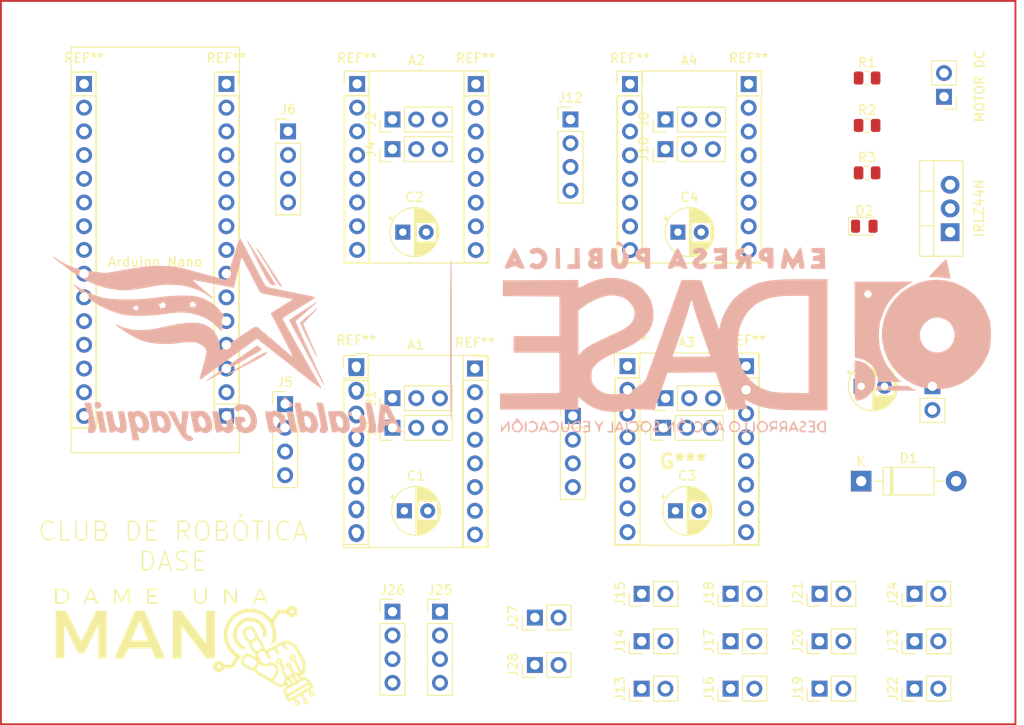
<source format=kicad_pcb>
(kicad_pcb (version 20211014) (generator pcbnew)
  (layers (0 "F.Cu" signal) (31 "B.Cu" signal) (34 "B.Paste" user) (35 "F.Paste" user) (36 "B.SilkS" user "B.Silkscreen") (37 "F.SilkS" user "F.Silkscreen") (38 "B.Mask" user) (39 "F.Mask" user) (44 "Edge.Cuts" user))
  (net 0 "")
  (net 1 "GND")
  (net 2 "EN")
  (net 3 "Net-(A1-Pad3)")
  (net 4 "Net-(A1-Pad4)")
  (net 5 "Net-(A1-Pad5)")
  (net 6 "Net-(A1-Pad6)")
  (net 7 "+12V")
  (net 8 "Net-(A1-Pad10)")
  (net 9 "Net-(A1-Pad11)")
  (net 10 "Net-(A1-Pad12)")
  (net 11 "Net-(A1-Pad13)")
  (net 12 "STEPZ")
  (net 13 "DIRZ")
  (net 14 "Net-(A2-Pad3)")
  (net 15 "Net-(A2-Pad4)")
  (net 16 "Net-(A2-Pad5)")
  (net 17 "Net-(A2-Pad6)")
  (net 18 "Net-(A2-Pad10)")
  (net 19 "Net-(A2-Pad11)")
  (net 20 "Net-(A2-Pad12)")
  (net 21 "Net-(A2-Pad13)")
  (net 22 "STEPX")
  (net 23 "DIRX")
  (net 24 "Net-(A3-Pad3)")
  (net 25 "Net-(A3-Pad4)")
  (net 26 "Net-(A3-Pad5)")
  (net 27 "Net-(A3-Pad6)")
  (net 28 "Net-(A3-Pad10)")
  (net 29 "Net-(A3-Pad11)")
  (net 30 "Net-(A3-Pad12)")
  (net 31 "Net-(A3-Pad13)")
  (net 32 "STEPZD")
  (net 33 "DIRZD")
  (net 34 "Net-(A4-Pad3)")
  (net 35 "Net-(A4-Pad4)")
  (net 36 "Net-(A4-Pad5)")
  (net 37 "Net-(A4-Pad6)")
  (net 38 "Net-(A4-Pad10)")
  (net 39 "Net-(A4-Pad11)")
  (net 40 "Net-(A4-Pad12)")
  (net 41 "Net-(A4-Pad13)")
  (net 42 "STEPY")
  (net 43 "DIRY")
  (net 44 "3.3V")
  (net 45 "A6")
  (net 46 "A7")
  (net 47 "SCL")
  (net 48 "SDA")
  (net 49 "EN_COOL")
  (net 50 "RES")
  (net 51 "HLD")
  (net 52 "ABRT")
  (net 53 "MOTOR_EN")
  (net 54 "FCX")
  (net 55 "FCY")
  (net 56 "FCZ")
  (net 57 "SPIN_DIR")
  (net 58 "Net-(D2-Pad2)")
  (net 59 "Net-(Q1-Pad1)")
  (net 63 "Net-(D2-Pad1)")
  (net 64 "TX")
  (net 65 "RX")
  (net 66 "Net-(D1-Pad2)")
  (net 67 "5v")
  (net 70 "3.3v")
  (footprint "Connector_PinSocket_2.54mm:PinSocket_1x08_P2.54mm_Vertical" (layer "F.Cu") (at 165.035112 87.63)
    (fp_text reference "REF**" (at 0 -2.77) (layer "F.SilkS"))
    (fp_text value "PinSocket_1x08_P2.54mm_Vertical")
    (pad "1" thru_hole rect (at 0 0) (size 1.7 1.7) (drill 1) (layers *.Cu *.Mask))
    (pad "2" thru_hole oval (at 0 2.54) (size 1.7 1.7) (drill 1) (layers *.Cu *.Mask))
    (pad "3" thru_hole oval (at 0 5.08) (size 1.7 1.7) (drill 1) (layers *.Cu *.Mask))
    (pad "4" thru_hole oval (at 0 7.62) (size 1.7 1.7) (drill 1) (layers *.Cu *.Mask))
    (pad "5" thru_hole oval (at 0 10.16) (size 1.7 1.7) (drill 1) (layers *.Cu *.Mask))
    (pad "6" thru_hole oval (at 0 12.7) (size 1.7 1.7) (drill 1) (layers *.Cu *.Mask))
    (pad "7" thru_hole oval (at 0 15.24) (size 1.7 1.7) (drill 1) (layers *.Cu *.Mask))
    (pad "8" thru_hole oval (at 0 17.78) (size 1.7 1.7) (drill 1) (layers *.Cu *.Mask))
  )
  (footprint "Connector_PinSocket_2.54mm:PinSocket_1x08_P2.54mm_Vertical" (layer "F.Cu") (at 152.425 57.15)
    (fp_text reference "REF**" (at 0 -2.77) (layer "F.SilkS"))
    (fp_text value "PinSocket_1x08_P2.54mm_Vertical")
    (pad "1" thru_hole rect (at 0 0) (size 1.7 1.7) (drill 1) (layers *.Cu *.Mask))
    (pad "2" thru_hole oval (at 0 2.54) (size 1.7 1.7) (drill 1) (layers *.Cu *.Mask))
    (pad "3" thru_hole oval (at 0 5.08) (size 1.7 1.7) (drill 1) (layers *.Cu *.Mask))
    (pad "4" thru_hole oval (at 0 7.62) (size 1.7 1.7) (drill 1) (layers *.Cu *.Mask))
    (pad "5" thru_hole oval (at 0 10.16) (size 1.7 1.7) (drill 1) (layers *.Cu *.Mask))
    (pad "6" thru_hole oval (at 0 12.7) (size 1.7 1.7) (drill 1) (layers *.Cu *.Mask))
    (pad "7" thru_hole oval (at 0 15.24) (size 1.7 1.7) (drill 1) (layers *.Cu *.Mask))
    (pad "8" thru_hole oval (at 0 17.78) (size 1.7 1.7) (drill 1) (layers *.Cu *.Mask))
  )
  (footprint "Connector_PinHeader_2.54mm:PinHeader_1x03_P2.54mm_Vertical" (layer "F.Cu") (at 156.21 93.98 90)
    (fp_text reference "J3" (at 0 -2.33 90) (layer "F.SilkS"))
    (fp_text value "DRIVER Z")
    (pad "1" thru_hole rect (at 0 0 90) (size 1.7 1.7) (drill 1) (layers *.Cu *.Mask) (net 10 "Net-(A1-Pad12)"))
    (pad "2" thru_hole oval (at 0 2.54 90) (size 1.7 1.7) (drill 1) (layers *.Cu *.Mask) (net 9 "Net-(A1-Pad11)"))
    (pad "3" thru_hole oval (at 0 5.08 90) (size 1.7 1.7) (drill 1) (layers *.Cu *.Mask) (net 8 "Net-(A1-Pad10)"))
  )
  (footprint "Connector_PinHeader_2.54mm:PinHeader_1x03_P2.54mm_Vertical" (layer "F.Cu") (at 185.435 60.96 90)
    (fp_text reference "J8" (at 0 -2.33 90) (layer "F.SilkS"))
    (fp_text value "Screw_Terminal_01x03")
    (pad "1" thru_hole rect (at 0 0 90) (size 1.7 1.7) (drill 1) (layers *.Cu *.Mask) (net 2 "EN"))
    (pad "2" thru_hole oval (at 0 2.54 90) (size 1.7 1.7) (drill 1) (layers *.Cu *.Mask) (net 2 "EN"))
    (pad "3" thru_hole oval (at 0 5.08 90) (size 1.7 1.7) (drill 1) (layers *.Cu *.Mask) (net 2 "EN"))
  )
  (footprint "Resistor_SMD:R_0805_2012Metric" (layer "F.Cu") (at 207.01 56.515)
    (fp_text reference "R1" (at 0 -1.65) (layer "F.SilkS"))
    (fp_text value "1.8k")
    (pad "1" smd roundrect (at -0.9125 0) (size 1.025 1.4) (layers "F.Cu" "F.Paste" "F.Mask") (roundrect_rratio 0.243902) (net 58 "Net-(D2-Pad2)"))
    (pad "2" smd roundrect (at 0.9125 0) (size 1.025 1.4) (layers "F.Cu" "F.Paste" "F.Mask") (roundrect_rratio 0.243902) (net 7 "+12V"))
  )
  (footprint "Connector_PinSocket_2.54mm:PinSocket_1x15_P2.54mm_Vertical" (layer "F.Cu") (at 138.43 57.15)
    (fp_text reference "REF**" (at 0 -2.77) (layer "F.SilkS"))
    (fp_text value "PinSocket_1x15_P2.54mm_Vertical")
    (pad "1" thru_hole rect (at 0 0) (size 1.7 1.7) (drill 1) (layers *.Cu *.Mask))
    (pad "2" thru_hole oval (at 0 2.54) (size 1.7 1.7) (drill 1) (layers *.Cu *.Mask))
    (pad "3" thru_hole oval (at 0 5.08) (size 1.7 1.7) (drill 1) (layers *.Cu *.Mask))
    (pad "4" thru_hole oval (at 0 7.62) (size 1.7 1.7) (drill 1) (layers *.Cu *.Mask))
    (pad "5" thru_hole oval (at 0 10.16) (size 1.7 1.7) (drill 1) (layers *.Cu *.Mask))
    (pad "6" thru_hole oval (at 0 12.7) (size 1.7 1.7) (drill 1) (layers *.Cu *.Mask))
    (pad "7" thru_hole oval (at 0 15.24) (size 1.7 1.7) (drill 1) (layers *.Cu *.Mask))
    (pad "8" thru_hole oval (at 0 17.78) (size 1.7 1.7) (drill 1) (layers *.Cu *.Mask))
    (pad "9" thru_hole oval (at 0 20.32) (size 1.7 1.7) (drill 1) (layers *.Cu *.Mask))
    (pad "10" thru_hole oval (at 0 22.86) (size 1.7 1.7) (drill 1) (layers *.Cu *.Mask))
    (pad "11" thru_hole oval (at 0 25.4) (size 1.7 1.7) (drill 1) (layers *.Cu *.Mask))
    (pad "12" thru_hole oval (at 0 27.94) (size 1.7 1.7) (drill 1) (layers *.Cu *.Mask))
    (pad "13" thru_hole oval (at 0 30.48) (size 1.7 1.7) (drill 1) (layers *.Cu *.Mask))
    (pad "14" thru_hole oval (at 0 33.02) (size 1.7 1.7) (drill 1) (layers *.Cu *.Mask))
    (pad "15" thru_hole oval (at 0 35.56) (size 1.7 1.7) (drill 1) (layers *.Cu *.Mask))
  )
  (footprint "Resistor_SMD:R_0805_2012Metric" (layer "F.Cu") (at 207.01 66.675)
    (fp_text reference "R3" (at 0 -1.65) (layer "F.SilkS"))
    (fp_text value "10k")
    (pad "1" smd roundrect (at -0.9125 0) (size 1.025 1.4) (layers "F.Cu" "F.Paste" "F.Mask") (roundrect_rratio 0.243902) (net 59 "Net-(Q1-Pad1)"))
    (pad "2" smd roundrect (at 0.9125 0) (size 1.025 1.4) (layers "F.Cu" "F.Paste" "F.Mask") (roundrect_rratio 0.243902) (net 1 "GND"))
  )
  (footprint "Module:Pololu_Breakout-16_15.2x20.3mm" (layer "F.Cu") (at 181.366 87.376)
    (fp_text reference "A3" (at 6.35 -2.54) (layer "F.SilkS"))
    (fp_text value "Pololu_Breakout_A4988")
    (pad "1" thru_hole rect (at 0 0) (size 1.6 1.6) (drill 0.8) (layers *.Cu *.Mask) (net 1 "GND"))
    (pad "2" thru_hole oval (at 0 2.54) (size 1.6 1.6) (drill 0.8) (layers *.Cu *.Mask) (net 2 "EN"))
    (pad "3" thru_hole oval (at 0 5.08) (size 1.6 1.6) (drill 0.8) (layers *.Cu *.Mask) (net 24 "Net-(A3-Pad3)"))
    (pad "4" thru_hole oval (at 0 7.62) (size 1.6 1.6) (drill 0.8) (layers *.Cu *.Mask) (net 25 "Net-(A3-Pad4)"))
    (pad "5" thru_hole oval (at 0 10.16) (size 1.6 1.6) (drill 0.8) (layers *.Cu *.Mask) (net 26 "Net-(A3-Pad5)"))
    (pad "6" thru_hole oval (at 0 12.7) (size 1.6 1.6) (drill 0.8) (layers *.Cu *.Mask) (net 27 "Net-(A3-Pad6)"))
    (pad "7" thru_hole oval (at 0 15.24) (size 1.6 1.6) (drill 0.8) (layers *.Cu *.Mask) (net 1 "GND"))
    (pad "8" thru_hole oval (at 0 17.78) (size 1.6 1.6) (drill 0.8) (layers *.Cu *.Mask) (net 7 "+12V"))
    (pad "9" thru_hole oval (at 12.7 17.78) (size 1.6 1.6) (drill 0.8) (layers *.Cu *.Mask) (net 2 "EN"))
    (pad "10" thru_hole oval (at 12.7 15.24) (size 1.6 1.6) (drill 0.8) (layers *.Cu *.Mask) (net 28 "Net-(A3-Pad10)"))
    (pad "11" thru_hole oval (at 12.7 12.7) (size 1.6 1.6) (drill 0.8) (layers *.Cu *.Mask) (net 29 "Net-(A3-Pad11)"))
    (pad "12" thru_hole oval (at 12.7 10.16) (size 1.6 1.6) (drill 0.8) (layers *.Cu *.Mask) (net 30 "Net-(A3-Pad12)"))
    (pad "13" thru_hole oval (at 12.7 7.62) (size 1.6 1.6) (drill 0.8) (layers *.Cu *.Mask) (net 31 "Net-(A3-Pad13)"))
    (pad "14" thru_hole oval (at 12.7 5.08) (size 1.6 1.6) (drill 0.8) (layers *.Cu *.Mask) (net 31 "Net-(A3-Pad13)"))
    (pad "15" thru_hole oval (at 12.7 2.54) (size 1.6 1.6) (drill 0.8) (layers *.Cu *.Mask) (net 32 "STEPZD"))
    (pad "16" thru_hole oval (at 12.7 0) (size 1.6 1.6) (drill 0.8) (layers *.Cu *.Mask) (net 33 "DIRZD"))
  )
  (footprint "Module:Pololu_Breakout-16_15.2x20.3mm" (layer "F.Cu") (at 152.435 57.15)
    (fp_text reference "A2" (at 6.35 -2.54) (layer "F.SilkS"))
    (fp_text value "Pololu_Breakout_A4988")
    (pad "1" thru_hole rect (at 0 0) (size 1.6 1.6) (drill 0.8) (layers *.Cu *.Mask) (net 1 "GND"))
    (pad "2" thru_hole oval (at 0 2.54) (size 1.6 1.6) (drill 0.8) (layers *.Cu *.Mask) (net 2 "EN"))
    (pad "3" thru_hole oval (at 0 5.08) (size 1.6 1.6) (drill 0.8) (layers *.Cu *.Mask) (net 14 "Net-(A2-Pad3)"))
    (pad "4" thru_hole oval (at 0 7.62) (size 1.6 1.6) (drill 0.8) (layers *.Cu *.Mask) (net 15 "Net-(A2-Pad4)"))
    (pad "5" thru_hole oval (at 0 10.16) (size 1.6 1.6) (drill 0.8) (layers *.Cu *.Mask) (net 16 "Net-(A2-Pad5)"))
    (pad "6" thru_hole oval (at 0 12.7) (size 1.6 1.6) (drill 0.8) (layers *.Cu *.Mask) (net 17 "Net-(A2-Pad6)"))
    (pad "7" thru_hole oval (at 0 15.24) (size 1.6 1.6) (drill 0.8) (layers *.Cu *.Mask) (net 1 "GND"))
    (pad "8" thru_hole oval (at 0 17.78) (size 1.6 1.6) (drill 0.8) (layers *.Cu *.Mask) (net 7 "+12V"))
    (pad "9" thru_hole oval (at 12.7 17.78) (size 1.6 1.6) (drill 0.8) (layers *.Cu *.Mask) (net 2 "EN"))
    (pad "10" thru_hole oval (at 12.7 15.24) (size 1.6 1.6) (drill 0.8) (layers *.Cu *.Mask) (net 18 "Net-(A2-Pad10)"))
    (pad "11" thru_hole oval (at 12.7 12.7) (size 1.6 1.6) (drill 0.8) (layers *.Cu *.Mask) (net 19 "Net-(A2-Pad11)"))
    (pad "12" thru_hole oval (at 12.7 10.16) (size 1.6 1.6) (drill 0.8) (layers *.Cu *.Mask) (net 20 "Net-(A2-Pad12)"))
    (pad "13" thru_hole oval (at 12.7 7.62) (size 1.6 1.6) (drill 0.8) (layers *.Cu *.Mask) (net 21 "Net-(A2-Pad13)"))
    (pad "14" thru_hole oval (at 12.7 5.08) (size 1.6 1.6) (drill 0.8) (layers *.Cu *.Mask) (net 21 "Net-(A2-Pad13)"))
    (pad "15" thru_hole oval (at 12.7 2.54) (size 1.6 1.6) (drill 0.8) (layers *.Cu *.Mask) (net 22 "STEPX"))
    (pad "16" thru_hole oval (at 12.7 0) (size 1.6 1.6) (drill 0.8) (layers *.Cu *.Mask) (net 23 "DIRX"))
  )
  (footprint "Connector_PinHeader_2.54mm:PinHeader_1x03_P2.54mm_Vertical" (layer "F.Cu") (at 156.21 60.96 90)
    (fp_text reference "J2" (at 0 -2.33 90) (layer "F.SilkS"))
    (fp_text value "Screw_Terminal_01x03")
    (pad "1" thru_hole rect (at 0 0 90) (size 1.7 1.7) (drill 1) (layers *.Cu *.Mask) (net 2 "EN"))
    (pad "2" thru_hole oval (at 0 2.54 90) (size 1.7 1.7) (drill 1) (layers *.Cu *.Mask) (net 2 "EN"))
    (pad "3" thru_hole oval (at 0 5.08 90) (size 1.7 1.7) (drill 1) (layers *.Cu *.Mask) (net 2 "EN"))
  )
  (footprint "Connector_PinHeader_2.54mm:PinHeader_1x04_P2.54mm_Vertical" (layer "F.Cu") (at 144.715112 91.44)
    (fp_text reference "J5" (at 0 -2.33) (layer "F.SilkS"))
    (fp_text value "EJE Z")
    (pad "1" thru_hole rect (at 0 0) (size 1.7 1.7) (drill 1) (layers *.Cu *.Mask) (net 3 "Net-(A1-Pad3)"))
    (pad "2" thru_hole oval (at 0 2.54) (size 1.7 1.7) (drill 1) (layers *.Cu *.Mask) (net 4 "Net-(A1-Pad4)"))
    (pad "3" thru_hole oval (at 0 5.08) (size 1.7 1.7) (drill 1) (layers *.Cu *.Mask) (net 5 "Net-(A1-Pad5)"))
    (pad "4" thru_hole oval (at 0 7.62) (size 1.7 1.7) (drill 1) (layers *.Cu *.Mask) (net 6 "Net-(A1-Pad6)"))
  )
  (footprint "Connector_PinHeader_2.54mm:PinHeader_1x02_P2.54mm_Vertical" (layer "F.Cu") (at 201.925 121.92 90)
    (fp_text reference "J19" (at 0 -2.33 90) (layer "F.SilkS"))
    (fp_text value "Screw_Terminal_01x02")
    (pad "1" thru_hole rect (at 0 0 90) (size 1.7 1.7) (drill 1) (layers *.Cu *.Mask) (net 67 "5v"))
    (pad "2" thru_hole oval (at 0 2.54 90) (size 1.7 1.7) (drill 1) (layers *.Cu *.Mask) (net 1 "GND"))
  )
  (footprint "Connector_PinHeader_2.54mm:PinHeader_1x02_P2.54mm_Vertical" (layer "F.Cu") (at 192.4 116.84 90)
    (fp_text reference "J17" (at 0 -2.33 90) (layer "F.SilkS"))
    (fp_text value "Screw_Terminal_01x02")
    (pad "1" thru_hole rect (at 0 0 90) (size 1.7 1.7) (drill 1) (layers *.Cu *.Mask) (net 53 "MOTOR_EN"))
    (pad "2" thru_hole oval (at 0 2.54 90) (size 1.7 1.7) (drill 1) (layers *.Cu *.Mask) (net 1 "GND"))
  )
  (footprint "Connector_PinHeader_2.54mm:PinHeader_1x04_P2.54mm_Vertical" (layer "F.Cu") (at 175.514 92.71)
    (fp_text reference "J11" (at 0 -2.33) (layer "F.SilkS"))
    (fp_text value "EJE Z DUAL")
    (pad "1" thru_hole rect (at 0 0) (size 1.7 1.7) (drill 1) (layers *.Cu *.Mask) (net 24 "Net-(A3-Pad3)"))
    (pad "2" thru_hole oval (at 0 2.54) (size 1.7 1.7) (drill 1) (layers *.Cu *.Mask) (net 25 "Net-(A3-Pad4)"))
    (pad "3" thru_hole oval (at 0 5.08) (size 1.7 1.7) (drill 1) (layers *.Cu *.Mask) (net 26 "Net-(A3-Pad5)"))
    (pad "4" thru_hole oval (at 0 7.62) (size 1.7 1.7) (drill 1) (layers *.Cu *.Mask) (net 27 "Net-(A3-Pad6)"))
  )
  (footprint "Capacitor_THT:CP_Radial_D5.0mm_P2.50mm" (layer "F.Cu") (at 157.48 102.87)
    (fp_text reference "C1" (at 1.25 -3.75) (layer "F.SilkS"))
    (fp_text value "22 uf")
    (pad "1" thru_hole rect (at 0 0) (size 1.6 1.6) (drill 0.8) (layers *.Cu *.Mask) (net 7 "+12V"))
    (pad "2" thru_hole circle (at 2.5 0) (size 1.6 1.6) (drill 0.8) (layers *.Cu *.Mask) (net 1 "GND"))
  )
  (footprint "Connector_PinHeader_2.54mm:PinHeader_1x02_P2.54mm_Vertical" (layer "F.Cu") (at 201.925 116.84 90)
    (fp_text reference "J20" (at 0 -2.33 90) (layer "F.SilkS"))
    (fp_text value "Screw_Terminal_01x02")
    (pad "1" thru_hole rect (at 0 0 90) (size 1.7 1.7) (drill 1) (layers *.Cu *.Mask) (net 54 "FCX"))
    (pad "2" thru_hole oval (at 0 2.54 90) (size 1.7 1.7) (drill 1) (layers *.Cu *.Mask) (net 1 "GND"))
  )
  (footprint "Connector_PinSocket_2.54mm:PinSocket_1x08_P2.54mm_Vertical" (layer "F.Cu") (at 152.335112 87.376)
    (fp_text reference "REF**" (at 0 -2.77) (layer "F.SilkS"))
    (fp_text value "PinSocket_1x08_P2.54mm_Vertical")
    (pad "1" thru_hole rect (at 0 0) (size 1.7 1.7) (drill 1) (layers *.Cu *.Mask))
    (pad "2" thru_hole oval (at 0 2.54) (size 1.7 1.7) (drill 1) (layers *.Cu *.Mask))
    (pad "3" thru_hole oval (at 0 5.08) (size 1.7 1.7) (drill 1) (layers *.Cu *.Mask))
    (pad "4" thru_hole oval (at 0 7.62) (size 1.7 1.7) (drill 1) (layers *.Cu *.Mask))
    (pad "5" thru_hole oval (at 0 10.16) (size 1.7 1.7) (drill 1) (layers *.Cu *.Mask))
    (pad "6" thru_hole oval (at 0 12.7) (size 1.7 1.7) (drill 1) (layers *.Cu *.Mask))
    (pad "7" thru_hole oval (at 0 15.24) (size 1.7 1.7) (drill 1) (layers *.Cu *.Mask))
    (pad "8" thru_hole oval (at 0 17.78) (size 1.7 1.7) (drill 1) (layers *.Cu *.Mask))
  )
  (footprint "Connector_PinSocket_2.54mm:PinSocket_1x08_P2.54mm_Vertical" (layer "F.Cu") (at 181.366 87.376)
    (fp_text reference "REF**" (at 0 -2.77) (layer "F.SilkS"))
    (fp_text value "PinSocket_1x08_P2.54mm_Vertical")
    (pad "1" thru_hole rect (at 0 0) (size 1.7 1.7) (drill 1) (layers *.Cu *.Mask))
    (pad "2" thru_hole oval (at 0 2.54) (size 1.7 1.7) (drill 1) (layers *.Cu *.Mask))
    (pad "3" thru_hole oval (at 0 5.08) (size 1.7 1.7) (drill 1) (layers *.Cu *.Mask))
    (pad "4" thru_hole oval (at 0 7.62) (size 1.7 1.7) (drill 1) (layers *.Cu *.Mask))
    (pad "5" thru_hole oval (at 0 10.16) (size 1.7 1.7) (drill 1) (layers *.Cu *.Mask))
    (pad "6" thru_hole oval (at 0 12.7) (size 1.7 1.7) (drill 1) (layers *.Cu *.Mask))
    (pad "7" thru_hole oval (at 0 15.24) (size 1.7 1.7) (drill 1) (layers *.Cu *.Mask))
    (pad "8" thru_hole oval (at 0 17.78) (size 1.7 1.7) (drill 1) (layers *.Cu *.Mask))
  )
  (footprint "Connector_PinHeader_2.54mm:PinHeader_1x02_P2.54mm_Vertical" (layer "F.Cu") (at 182.88 121.92 90)
    (fp_text reference "J13" (at 0 -2.33 90) (layer "F.SilkS"))
    (fp_text value "Screw_Terminal_01x02")
    (pad "1" thru_hole rect (at 0 0 90) (size 1.7 1.7) (drill 1) (layers *.Cu *.Mask) (net 49 "EN_COOL"))
    (pad "2" thru_hole oval (at 0 2.54 90) (size 1.7 1.7) (drill 1) (layers *.Cu *.Mask) (net 1 "GND"))
  )
  (footprint "Diode_THT:D_DO-41_SOD81_P10.16mm_Horizontal" (layer "F.Cu") (at 206.375 99.695)
    (fp_text reference "D1" (at 5.08 -2.47) (layer "F.SilkS"))
    (fp_text value "1N4007")
    (fp_text user "K" (at 0 -2.1) (layer "F.SilkS"))
    (pad "1" thru_hole rect (at 0 0) (size 2.2 2.2) (drill 1.1) (layers *.Cu *.Mask) (net 7 "+12V"))
    (pad "2" thru_hole oval (at 10.16 0) (size 2.2 2.2) (drill 1.1) (layers *.Cu *.Mask) (net 66 "Net-(D1-Pad2)"))
  )
  (footprint "Connector_PinHeader_2.54mm:PinHeader_1x02_P2.54mm_Vertical" (layer "F.Cu") (at 212.09 116.84 90)
    (fp_text reference "J23" (at 0 -2.33 90) (layer "F.SilkS"))
    (fp_text value "Screw_Terminal_01x02")
    (pad "1" thru_hole rect (at 0 0 90) (size 1.7 1.7) (drill 1) (layers *.Cu *.Mask) (net 67 "5v"))
    (pad "2" thru_hole oval (at 0 2.54 90) (size 1.7 1.7) (drill 1) (layers *.Cu *.Mask) (net 1 "GND"))
  )
  (footprint "Package_TO_SOT_THT:TO-220-3_Vertical" (layer "F.Cu") (at 215.9 73.025 90)
    (fp_text reference "IRLZ44N" (at 2.5654 3.0988 90) (layer "F.SilkS"))
    (fp_text value "IRLZ44N")
    (pad "1" thru_hole rect (at 0 0 90) (size 1.905 2) (drill 1.1) (layers *.Cu *.Mask) (net 59 "Net-(Q1-Pad1)"))
    (pad "2" thru_hole oval (at 2.54 0 90) (size 1.905 2) (drill 1.1) (layers *.Cu *.Mask) (net 63 "Net-(D2-Pad1)"))
    (pad "3" thru_hole oval (at 5.08 0 90) (size 1.905 2) (drill 1.1) (layers *.Cu *.Mask) (net 1 "GND"))
  )
  (footprint "Connector_PinSocket_2.54mm:PinSocket_1x08_P2.54mm_Vertical" (layer "F.Cu") (at 165.125 57.165)
    (fp_text reference "REF**" (at 0 -2.77) (layer "F.SilkS"))
    (fp_text value "PinSocket_1x08_P2.54mm_Vertical")
    (pad "1" thru_hole rect (at 0 0) (size 1.7 1.7) (drill 1) (layers *.Cu *.Mask))
    (pad "2" thru_hole oval (at 0 2.54) (size 1.7 1.7) (drill 1) (layers *.Cu *.Mask))
    (pad "3" thru_hole oval (at 0 5.08) (size 1.7 1.7) (drill 1) (layers *.Cu *.Mask))
    (pad "4" thru_hole oval (at 0 7.62) (size 1.7 1.7) (drill 1) (layers *.Cu *.Mask))
    (pad "5" thru_hole oval (at 0 10.16) (size 1.7 1.7) (drill 1) (layers *.Cu *.Mask))
    (pad "6" thru_hole oval (at 0 12.7) (size 1.7 1.7) (drill 1) (layers *.Cu *.Mask))
    (pad "7" thru_hole oval (at 0 15.24) (size 1.7 1.7) (drill 1) (layers *.Cu *.Mask))
    (pad "8" thru_hole oval (at 0 17.78) (size 1.7 1.7) (drill 1) (layers *.Cu *.Mask))
  )
  (footprint "Connector_PinHeader_2.54mm:PinHeader_1x02_P2.54mm_Vertical" (layer "F.Cu") (at 212.09 111.76 90)
    (fp_text reference "J24" (at 0 -2.33 90) (layer "F.SilkS"))
    (fp_text value "Screw_Terminal_01x02")
    (pad "1" thru_hole rect (at 0 0 90) (size 1.7 1.7) (drill 1) (layers *.Cu *.Mask) (net 56 "FCZ"))
    (pad "2" thru_hole oval (at 0 2.54 90) (size 1.7 1.7) (drill 1) (layers *.Cu *.Mask) (net 1 "GND"))
  )
  (footprint "Connector_PinHeader_2.54mm:PinHeader_1x03_P2.54mm_Vertical" (layer "F.Cu") (at 185.42 64.135 90)
    (fp_text reference "J10" (at 0 -2.33 90) (layer "F.SilkS"))
    (fp_text value "DRIVER Y")
    (pad "1" thru_hole rect (at 0 0 90) (size 1.7 1.7) (drill 1) (layers *.Cu *.Mask) (net 40 "Net-(A4-Pad12)"))
    (pad "2" thru_hole oval (at 0 2.54 90) (size 1.7 1.7) (drill 1) (layers *.Cu *.Mask) (net 39 "Net-(A4-Pad11)"))
    (pad "3" thru_hole oval (at 0 5.08 90) (size 1.7 1.7) (drill 1) (layers *.Cu *.Mask) (net 38 "Net-(A4-Pad10)"))
  )
  (footprint "Connector_PinSocket_2.54mm:PinSocket_1x15_P2.54mm_Vertical" (layer "F.Cu") (at 123.2 57.15)
    (fp_text reference "REF**" (at 0 -2.77) (layer "F.SilkS"))
    (fp_text value "PinSocket_1x15_P2.54mm_Vertical")
    (pad "1" thru_hole rect (at 0 0) (size 1.7 1.7) (drill 1) (layers *.Cu *.Mask))
    (pad "2" thru_hole oval (at 0 2.54) (size 1.7 1.7) (drill 1) (layers *.Cu *.Mask))
    (pad "3" thru_hole oval (at 0 5.08) (size 1.7 1.7) (drill 1) (layers *.Cu *.Mask))
    (pad "4" thru_hole oval (at 0 7.62) (size 1.7 1.7) (drill 1) (layers *.Cu *.Mask))
    (pad "5" thru_hole oval (at 0 10.16) (size 1.7 1.7) (drill 1) (layers *.Cu *.Mask))
    (pad "6" thru_hole oval (at 0 12.7) (size 1.7 1.7) (drill 1) (layers *.Cu *.Mask))
    (pad "7" thru_hole oval (at 0 15.24) (size 1.7 1.7) (drill 1) (layers *.Cu *.Mask))
    (pad "8" thru_hole oval (at 0 17.78) (size 1.7 1.7) (drill 1) (layers *.Cu *.Mask))
    (pad "9" thru_hole oval (at 0 20.32) (size 1.7 1.7) (drill 1) (layers *.Cu *.Mask))
    (pad "10" thru_hole oval (at 0 22.86) (size 1.7 1.7) (drill 1) (layers *.Cu *.Mask))
    (pad "11" thru_hole oval (at 0 25.4) (size 1.7 1.7) (drill 1) (layers *.Cu *.Mask))
    (pad "12" thru_hole oval (at 0 27.94) (size 1.7 1.7) (drill 1) (layers *.Cu *.Mask))
    (pad "13" thru_hole oval (at 0 30.48) (size 1.7 1.7) (drill 1) (layers *.Cu *.Mask))
    (pad "14" thru_hole oval (at 0 33.02) (size 1.7 1.7) (drill 1) (layers *.Cu *.Mask))
    (pad "15" thru_hole oval (at 0 35.56) (size 1.7 1.7) (drill 1) (layers *.Cu *.Mask))
  )
  (footprint "Connector_PinHeader_2.54mm:PinHeader_1x03_P2.54mm_Vertical" (layer "F.Cu") (at 185.181 93.98 90)
    (fp_text reference "J9" (at 0 -2.33 90) (layer "F.SilkS"))
    (fp_text value "DRIVER Z DUAL")
    (pad "1" thru_hole rect (at 0 0 90) (size 1.7 1.7) (drill 1) (layers *.Cu *.Mask) (net 30 "Net-(A3-Pad12)"))
    (pad "2" thru_hole oval (at 0 2.54 90) (size 1.7 1.7) (drill 1) (layers *.Cu *.Mask) (net 29 "Net-(A3-Pad11)"))
    (pad "3" thru_hole oval (at 0 5.08 90) (size 1.7 1.7) (drill 1) (layers *.Cu *.Mask) (net 28 "Net-(A3-Pad10)"))
  )
  (footprint "Connector_PinHeader_2.54mm:PinHeader_1x02_P2.54mm_Vertical" (layer "F.Cu") (at 182.88 116.84 90)
    (fp_text reference "J14" (at 0 -2.33 90) (layer "F.SilkS"))
    (fp_text value "Screw_Terminal_01x02")
    (pad "1" thru_hole rect (at 0 0 90) (size 1.7 1.7) (drill 1) (layers *.Cu *.Mask) (net 50 "RES"))
    (pad "2" thru_hole oval (at 0 2.54 90) (size 1.7 1.7) (drill 1) (layers *.Cu *.Mask) (net 1 "GND"))
  )
  (footprint "Connector_PinHeader_2.54mm:PinHeader_1x02_P2.54mm_Vertical" (layer "F.Cu") (at 201.925 111.76 90)
    (fp_text reference "J21" (at 0 -2.33 90) (layer "F.SilkS"))
    (fp_text value "Screw_Terminal_01x02")
    (pad "1" thru_hole rect (at 0 0 90) (size 1.7 1.7) (drill 1) (layers *.Cu *.Mask) (net 67 "5v"))
    (pad "2" thru_hole oval (at 0 2.54 90) (size 1.7 1.7) (drill 1) (layers *.Cu *.Mask))
  )
  (footprint "Connector_PinSocket_2.54mm:PinSocket_1x08_P2.54mm_Vertical" (layer "F.Cu") (at 194.056 87.376)
    (fp_text reference "REF**" (at 0 -2.77) (layer "F.SilkS"))
    (fp_text value "PinSocket_1x08_P2.54mm_Vertical")
    (pad "1" thru_hole rect (at 0 0) (size 1.7 1.7) (drill 1) (layers *.Cu *.Mask))
    (pad "2" thru_hole oval (at 0 2.54) (size 1.7 1.7) (drill 1) (layers *.Cu *.Mask))
    (pad "3" thru_hole oval (at 0 5.08) (size 1.7 1.7) (drill 1) (layers *.Cu *.Mask))
    (pad "4" thru_hole oval (at 0 7.62) (size 1.7 1.7) (drill 1) (layers *.Cu *.Mask))
    (pad "5" thru_hole oval (at 0 10.16) (size 1.7 1.7) (drill 1) (layers *.Cu *.Mask))
    (pad "6" thru_hole oval (at 0 12.7) (size 1.7 1.7) (drill 1) (layers *.Cu *.Mask))
    (pad "7" thru_hole oval (at 0 15.24) (size 1.7 1.7) (drill 1) (layers *.Cu *.Mask))
    (pad "8" thru_hole oval (at 0 17.78) (size 1.7 1.7) (drill 1) (layers *.Cu *.Mask))
  )
  (footprint "Connector_PinSocket_2.54mm:PinSocket_1x08_P2.54mm_Vertical" (layer "F.Cu") (at 194.335 57.165)
    (fp_text reference "REF**" (at 0 -2.77) (layer "F.SilkS"))
    (fp_text value "PinSocket_1x08_P2.54mm_Vertical")
    (pad "1" thru_hole rect (at 0 0) (size 1.7 1.7) (drill 1) (layers *.Cu *.Mask))
    (pad "2" thru_hole oval (at 0 2.54) (size 1.7 1.7) (drill 1) (layers *.Cu *.Mask))
    (pad "3" thru_hole oval (at 0 5.08) (size 1.7 1.7) (drill 1) (layers *.Cu *.Mask))
    (pad "4" thru_hole oval (at 0 7.62) (size 1.7 1.7) (drill 1) (layers *.Cu *.Mask))
    (pad "5" thru_hole oval (at 0 10.16) (size 1.7 1.7) (drill 1) (layers *.Cu *.Mask))
    (pad "6" thru_hole oval (at 0 12.7) (size 1.7 1.7) (drill 1) (layers *.Cu *.Mask))
    (pad "7" thru_hole oval (at 0 15.24) (size 1.7 1.7) (drill 1) (layers *.Cu *.Mask))
    (pad "8" thru_hole oval (at 0 17.78) (size 1.7 1.7) (drill 1) (layers *.Cu *.Mask))
  )
  (footprint "Diode_SMD:D_0805_2012Metric" (layer "F.Cu") (at 206.7075 72.39)
    (fp_text reference "D2" (at 0 -1.65) (layer "F.SilkS"))
    (fp_text value "LED")
    (pad "1" smd roundrect (at -0.9375 0) (size 0.975 1.4) (layers "F.Cu" "F.Paste" "F.Mask") (net 63 "Net-(D2-Pad1)"))
    (pad "2" smd roundrect (at 0.9375 0) (size 0.975 1.4) (layers "F.Cu" "F.Paste" "F.Mask") (net 58 "Net-(D2-Pad2)"))
  )
  (footprint "Module:Pololu_Breakout-16_15.2x20.3mm" (layer "F.Cu") (at 152.345112 87.63)
    (fp_text reference "A1" (at 6.35 -2.54) (layer "F.SilkS"))
    (fp_text value "Pololu_Breakout_A4988")
    (pad "1" thru_hole rect (at 0 0) (size 1.6 1.6) (drill 0.8) (layers *.Cu *.Mask) (net 1 "GND"))
    (pad "2" thru_hole oval (at 0 2.54) (size 1.6 1.6) (drill 0.8) (layers *.Cu *.Mask) (net 2 "EN"))
    (pad "3" thru_hole oval (at 0 5.08) (size 1.6 1.6) (drill 0.8) (layers *.Cu *.Mask) (net 3 "Net-(A1-Pad3)"))
    (pad "4" thru_hole oval (at 0 7.62) (size 1.6 1.6) (drill 0.8) (layers *.Cu *.Mask) (net 4 "Net-(A1-Pad4)"))
    (pad "5" thru_hole oval (at 0 10.16) (size 1.6 1.6) (drill 0.8) (layers *.Cu *.Mask) (net 5 "Net-(A1-Pad5)"))
    (pad "6" thru_hole oval (at 0 12.7) (size 1.6 1.6) (drill 0.8) (layers *.Cu *.Mask) (net 6 "Net-(A1-Pad6)"))
    (pad "7" thru_hole oval (at 0 15.24) (size 1.6 1.6) (drill 0.8) (layers *.Cu *.Mask) (net 1 "GND"))
    (pad "8" thru_hole oval (at 0 17.78) (size 1.6 1.6) (drill 0.8) (layers *.Cu *.Mask) (net 7 "+12V"))
    (pad "9" thru_hole oval (at 12.7 17.78) (size 1.6 1.6) (drill 0.8) (layers *.Cu *.Mask) (net 2 "EN"))
    (pad "10" thru_hole oval (at 12.7 15.24) (size 1.6 1.6) (drill 0.8) (layers *.Cu *.Mask) (net 8 "Net-(A1-Pad10)"))
    (pad "11" thru_hole oval (at 12.7 12.7) (size 1.6 1.6) (drill 0.8) (layers *.Cu *.Mask) (net 9 "Net-(A1-Pad11)"))
    (pad "12" thru_hole oval (at 12.7 10.16) (size 1.6 1.6) (drill 0.8) (layers *.Cu *.Mask) (net 10 "Net-(A1-Pad12)"))
    (pad "13" thru_hole oval (at 12.7 7.62) (size 1.6 1.6) (drill 0.8) (layers *.Cu *.Mask) (net 11 "Net-(A1-Pad13)"))
    (pad "14" thru_hole oval (at 12.7 5.08) (size 1.6 1.6) (drill 0.8) (layers *.Cu *.Mask) (net 11 "Net-(A1-Pad13)"))
    (pad "15" thru_hole oval (at 12.7 2.54) (size 1.6 1.6) (drill 0.8) (layers *.Cu *.Mask) (net 12 "STEPZ"))
    (pad "16" thru_hole oval (at 12.7 0) (size 1.6 1.6) (drill 0.8) (layers *.Cu *.Mask) (net 13 "DIRZ"))
  )
  (footprint "Capacitor_THT:CP_Radial_D5.0mm_P2.50mm" (layer "F.Cu") (at 186.754888 73.025)
    (fp_text reference "C4" (at 1.25 -3.75) (layer "F.SilkS"))
    (fp_text value "22 uf")
    (pad "1" thru_hole rect (at 0 0) (size 1.6 1.6) (drill 0.8) (layers *.Cu *.Mask) (net 7 "+12V"))
    (pad "2" thru_hole circle (at 2.5 0) (size 1.6 1.6) (drill 0.8) (layers *.Cu *.Mask) (net 1 "GND"))
  )
  (footprint "Connector_PinHeader_2.54mm:PinHeader_1x02_P2.54mm_Vertical" (layer "F.Cu") (at 212.09 121.92 90)
    (fp_text reference "J22" (at 0 -2.33 90) (layer "F.SilkS"))
    (fp_text value "Screw_Terminal_01x02")
    (pad "1" thru_hole rect (at 0 0 90) (size 1.7 1.7) (drill 1) (layers *.Cu *.Mask) (net 55 "FCY"))
    (pad "2" thru_hole oval (at 0 2.54 90) (size 1.7 1.7) (drill 1) (layers *.Cu *.Mask) (net 1 "GND"))
  )
  (footprint "Connector_PinHeader_2.54mm:PinHeader_1x04_P2.54mm_Vertical" (layer "F.Cu") (at 145.034 62.225)
    (fp_text reference "J6" (at 0 -2.33) (layer "F.SilkS"))
    (fp_text value "EJE X")
    (pad "1" thru_hole rect (at 0 0) (size 1.7 1.7) (drill 1) (layers *.Cu *.Mask) (net 14 "Net-(A2-Pad3)"))
    (pad "2" thru_hole oval (at 0 2.54) (size 1.7 1.7) (drill 1) (layers *.Cu *.Mask) (net 15 "Net-(A2-Pad4)"))
    (pad "3" thru_hole oval (at 0 5.08) (size 1.7 1.7) (drill 1) (layers *.Cu *.Mask) (net 16 "Net-(A2-Pad5)"))
    (pad "4" thru_hole oval (at 0 7.62) (size 1.7 1.7) (drill 1) (layers *.Cu *.Mask) (net 17 "Net-(A2-Pad6)"))
  )
  (footprint "Connector_PinHeader_2.54mm:PinHeader_1x02_P2.54mm_Vertical" (layer "F.Cu") (at 171.45 114.3 90)
    (fp_text reference "J27" (at 0 -2.33 90) (layer "F.SilkS"))
    (fp_text value "Screw_Terminal_01x02")
    (pad "1" thru_hole rect (at 0 0 90) (size 1.7 1.7) (drill 1) (layers *.Cu *.Mask) (net 70 "3.3v"))
    (pad "2" thru_hole oval (at 0 2.54 90) (size 1.7 1.7) (drill 1) (layers *.Cu *.Mask) (net 1 "GND"))
  )
  (footprint "graficos:logo_dame_una_mano" (layer "F.Cu") (at 133.658343 116.632646)
    (fp_text reference "G***" (at 53.666657 -19.05) (layer "F.SilkS") (effects (font (size 1.524 1.524) (thickness 0.3))))
    (fp_text value "LOGO" hide)
  )
  (footprint "Module:Pololu_Breakout-16_15.2x20.3mm" (layer "F.Cu") (at 181.62 57.15)
    (fp_text reference "A4" (at 6.35 -2.54) (layer "F.SilkS"))
    (fp_text value "Pololu_Breakout_A4988")
    (pad "1" thru_hole rect (at 0 0) (size 1.6 1.6) (drill 0.8) (layers *.Cu *.Mask) (net 1 "GND"))
    (pad "2" thru_hole oval (at 0 2.54) (size 1.6 1.6) (drill 0.8) (layers *.Cu *.Mask) (net 2 "EN"))
    (pad "3" thru_hole oval (at 0 5.08) (size 1.6 1.6) (drill 0.8) (layers *.Cu *.Mask) (net 34 "Net-(A4-Pad3)"))
    (pad "4" thru_hole oval (at 0 7.62) (size 1.6 1.6) (drill 0.8) (layers *.Cu *.Mask) (net 35 "Net-(A4-Pad4)"))
    (pad "5" thru_hole oval (at 0 10.16) (size 1.6 1.6) (drill 0.8) (layers *.Cu *.Mask) (net 36 "Net-(A4-Pad5)"))
    (pad "6" thru_hole oval (at 0 12.7) (size 1.6 1.6) (drill 0.8) (layers *.Cu *.Mask) (net 37 "Net-(A4-Pad6)"))
    (pad "7" thru_hole oval (at 0 15.24) (size 1.6 1.6) (drill 0.8) (layers *.Cu *.Mask) (net 1 "GND"))
    (pad "8" thru_hole oval (at 0 17.78) (size 1.6 1.6) (drill 0.8) (layers *.Cu *.Mask) (net 7 "+12V"))
    (pad "9" thru_hole oval (at 12.7 17.78) (size 1.6 1.6) (drill 0.8) (layers *.Cu *.Mask) (net 2 "EN"))
    (pad "10" thru_hole oval (at 12.7 15.24) (size 1.6 1.6) (drill 0.8) (layers *.Cu *.Mask) (net 38 "Net-(A4-Pad10)"))
    (pad "11" thru_hole oval (at 12.7 12.7) (size 1.6 1.6) (drill 0.8) (layers *.Cu *.Mask) (net 39 "Net-(A4-Pad11)"))
    (pad "12" thru_hole oval (at 12.7 10.16) (size 1.6 1.6) (drill 0.8) (layers *.Cu *.Mask) (net 40 "Net-(A4-Pad12)"))
    (pad "13" thru_hole oval (at 12.7 7.62) (size 1.6 1.6) (drill 0.8) (layers *.Cu *.Mask) (net 41 "Net-(A4-Pad13)"))
    (pad "14" thru_hole oval (at 12.7 5.08) (size 1.6 1.6) (drill 0.8) (layers *.Cu *.Mask) (net 41 "Net-(A4-Pad13)"))
    (pad "15" thru_hole oval (at 12.7 2.54) (size 1.6 1.6) (drill 0.8) (layers *.Cu *.Mask) (net 42 "STEPY"))
    (pad "16" thru_hole oval (at 12.7 0) (size 1.6 1.6) (drill 0.8) (layers *.Cu *.Mask) (net 43 "DIRY"))
  )
  (footprint "Capacitor_THT:CP_Radial_D5.0mm_P2.50mm" (layer "F.Cu") (at 157.315888 73.025)
    (fp_text reference "C2" (at 1.25 -3.75) (layer "F.SilkS"))
    (fp_text value "22 uf")
    (pad "1" thru_hole rect (at 0 0) (size 1.6 1.6) (drill 0.8) (layers *.Cu *.Mask) (net 7 "+12V"))
    (pad "2" thru_hole circle (at 2.5 0) (size 1.6 1.6) (drill 0.8) (layers *.Cu *.Mask) (net 1 "GND"))
  )
  (footprint "Connector_PinHeader_2.54mm:PinHeader_1x02_P2.54mm_Vertical" (layer "F.Cu") (at 192.4 111.76 90)
    (fp_text reference "J18" (at 0 -2.33 90) (layer "F.SilkS"))
    (fp_text value "Screw_Terminal_01x02")
    (pad "1" thru_hole rect (at 0 0 90) (size 1.7 1.7) (drill 1) (layers *.Cu *.Mask))
    (pad "2" thru_hole oval (at 0 2.54 90) (size 1.7 1.7) (drill 1) (layers *.Cu *.Mask) (net 1 "GND"))
  )
  (footprint "Connector_PinHeader_2.54mm:PinHeader_1x02_P2.54mm_Vertical" (layer "F.Cu") (at 192.4 121.92 90)
    (fp_text reference "J16" (at 0 -2.33 90) (layer "F.SilkS"))
    (fp_text value "Screw_Terminal_01x02")
    (pad "1" thru_hole rect (at 0 0 90) (size 1.7 1.7) (drill 1) (layers *.Cu *.Mask) (net 52 "ABRT"))
    (pad "2" thru_hole oval (at 0 2.54 90) (size 1.7 1.7) (drill 1) (layers *.Cu *.Mask) (net 1 "GND"))
  )
  (footprint "Connector_PinHeader_2.54mm:PinHeader_1x03_P2.54mm_Vertical" (layer "F.Cu") (at 185.435 90.805 90)
    (fp_text reference "J7" (at 0 -2.33 90) (layer "F.SilkS"))
    (fp_text value "Screw_Terminal_01x03")
    (pad "1" thru_hole rect (at 0 0 90) (size 1.7 1.7) (drill 1) (layers *.Cu *.Mask) (net 2 "EN"))
    (pad "2" thru_hole oval (at 0 2.54 90) (size 1.7 1.7) (drill 1) (layers *.Cu *.Mask) (net 2 "EN"))
    (pad "3" thru_hole oval (at 0 5.08 90) (size 1.7 1.7) (drill 1) (layers *.Cu *.Mask) (net 2 "EN"))
  )
  (footprint "Module:Arduino_Nano" (layer "F.Cu") (at 138.43 92.71 180)
    (fp_text reference "Arduino Nano" (at 7.61 16.51) (layer "F.SilkS"))
    (fp_text value "ARDUINO NANO ")
    (pad "1" thru_hole rect (at 0 0 180) (size 1.6 1.6) (drill 1) (layers *.Cu *.Mask) (net 64 "TX"))
    (pad "2" thru_hole oval (at 0 2.54 180) (size 1.6 1.6) (drill 1) (layers *.Cu *.Mask) (net 65 "RX"))
    (pad "3" thru_hole oval (at 0 5.08 180) (size 1.6 1.6) (drill 1) (layers *.Cu *.Mask))
    (pad "4" thru_hole oval (at 0 7.62 180) (size 1.6 1.6) (drill 1) (layers *.Cu *.Mask) (net 1 "GND"))
    (pad "5" thru_hole oval (at 0 10.16 180) (size 1.6 1.6) (drill 1) (layers *.Cu *.Mask) (net 22 "STEPX"))
    (pad "6" thru_hole oval (at 0 12.7 180) (size 1.6 1.6) (drill 1) (layers *.Cu *.Mask) (net 42 "STEPY"))
    (pad "7" thru_hole oval (at 0 15.24 180) (size 1.6 1.6) (drill 1) (layers *.Cu *.Mask) (net 12 "STEPZ"))
    (pad "8" thru_hole oval (at 0 17.78 180) (size 1.6 1.6) (drill 1) (layers *.Cu *.Mask) (net 23 "DIRX"))
    (pad "9" thru_hole oval (at 0 20.32 180) (size 1.6 1.6) (drill 1) (layers *.Cu *.Mask) (net 43 "DIRY"))
    (pad "10" thru_hole oval (at 0 22.86 180) (size 1.6 1.6) (drill 1) (layers *.Cu *.Mask) (net 13 "DIRZ"))
    (pad "11" thru_hole oval (at 0 25.4 180) (size 1.6 1.6) (drill 1) (layers *.Cu *.Mask) (net 2 "EN"))
    (pad "12" thru_hole oval (at 0 27.94 180) (size 1.6 1.6) (drill 1) (layers *.Cu *.Mask) (net 54 "FCX"))
    (pad "13" thru_hole oval (at 0 30.48 180) (size 1.6 1.6) (drill 1) (layers *.Cu *.Mask) (net 55 "FCY"))
    (pad "14" thru_hole oval (at 0 33.02 180) (size 1.6 1.6) (drill 1) (layers *.Cu *.Mask) (net 56 "FCZ"))
    (pad "15" thru_hole oval (at 0 35.56 180) (size 1.6 1.6) (drill 1) (layers *.Cu *.Mask) (net 53 "MOTOR_EN"))
    (pad "16" thru_hole oval (at 15.24 35.56 180) (size 1.6 1.6) (drill 1) (layers *.Cu *.Mask) (net 57 "SPIN_DIR"))
    (pad "17" thru_hole oval (at 15.24 33.02 180) (size 1.6 1.6) (drill 1) (layers *.Cu *.Mask) (net 44 "3.3V"))
    (pad "18" thru_hole oval (at 15.24 30.48 180) (size 1.6 1.6) (drill 1) (layers *.Cu *.Mask))
    (pad "19" thru_hole oval (at 15.24 27.94 180) (size 1.6 1.6) (drill 1) (layers *.Cu *.Mask) (net 52 "ABRT"))
    (pad "20" thru_hole oval (at 15.24 25.4 180) (size 1.6 1.6) (drill 1) (layers *.Cu *.Mask) (net 51 "HLD"))
    (pad "21" thru_hole oval (at 15.24 22.86 180) (size 1.6 1.6) (drill 1) (layers *.Cu *.Mask) (net 50 "RES"))
    (pad "22" thru_hole oval (at 15.24 20.32 180) (size 1.6 1.6) (drill 1) (layers *.Cu *.Mask) (net 49 "EN_COOL"))
    (pad "23" thru_hole oval (at 15.24 17.78 180) (size 1.6 1.6) (drill 1) (layers *.Cu *.Mask) (net 48 "SDA"))
    (pad "24" thru_hole oval (at 15.24 15.24 180) (size 1.6 1.6) (drill 1) (layers *.Cu *.Mask) (net 47 "SCL"))
    (pad "25" thru_hole oval (at 15.24 12.7 180) (size 1.6 1.6) (drill 1) (layers *.Cu *.Mask) (net 45 "A6"))
    (pad "26" thru_hole oval (at 15.24 10.16 180) (size 1.6 1.6) (drill 1) (layers *.Cu *.Mask) (net 46 "A7"))
    (pad "27" thru_hole oval (at 15.24 7.62 180) (size 1.6 1.6) (drill 1) (layers *.Cu *.Mask) (net 2 "EN"))
    (pad "28" thru_hole oval (at 15.24 5.08 180) (size 1.6 1.6) (drill 1) (layers *.Cu *.Mask))
    (pad "29" thru_hole oval (at 15.24 2.54 180) (size 1.6 1.6) (drill 1) (layers *.Cu *.Mask) (net 1 "GND"))
    (pad "30" thru_hole oval (at 15.24 0 180) (size 1.6 1.6) (drill 1) (layers *.Cu *.Mask) (net 7 "+12V"))
  )
  (footprint "Connector_PinHeader_2.54mm:PinHeader_1x02_P2.54mm_Vertical" (layer "F.Cu") (at 215.2396 58.5266 180)
    (fp_text reference "MOTOR DC" (at -3.81 1.143 90) (layer "F.SilkS"))
    (fp_text value "MOTOR DC")
    (pad "1" thru_hole rect (at 0 0 180) (size 1.7 1.7) (drill 1) (layers *.Cu *.Mask) (net 63 "Net-(D2-Pad1)"))
    (pad "2" thru_hole oval (at 0 2.54 180) (size 1.7 1.7) (drill 1) (layers *.Cu *.Mask) (net 7 "+12V"))
  )
  (footprint "Connector_PinHeader_2.54mm:PinHeader_1x04_P2.54mm_Vertical" (layer "F.Cu") (at 161.29 113.675)
    (fp_text reference "J25" (at 0 -2.33) (layer "F.SilkS"))
    (fp_text value "Screw_Terminal_01x04")
    (pad "1" thru_hole rect (at 0 0) (size 1.7 1.7) (drill 1) (layers *.Cu *.Mask) (net 1 "GND"))
    (pad "2" thru_hole oval (at 0 2.54) (size 1.7 1.7) (drill 1) (layers *.Cu *.Mask) (net 67 "5v"))
    (pad "3" thru_hole oval (at 0 5.08) (size 1.7 1.7) (drill 1) (layers *.Cu *.Mask) (net 48 "SDA"))
    (pad "4" thru_hole oval (at 0 7.62) (size 1.7 1.7) (drill 1) (layers *.Cu *.Mask) (net 47 "SCL"))
  )
  (footprint "Connector_PinHeader_2.54mm:PinHeader_1x02_P2.54mm_Vertical" (layer "F.Cu") (at 213.995 89.535)
    (fp_text reference "J29" (at 0 -2.33) (layer "F.SilkS"))
    (fp_text value "Screw_Terminal_01x02")
    (pad "1" thru_hole rect (at 0 0) (size 1.7 1.7) (drill 1) (layers *.Cu *.Mask) (net 1 "GND"))
    (pad "2" thru_hole oval (at 0 2.54) (size 1.7 1.7) (drill 1) (layers *.Cu *.Mask) (net 66 "Net-(D1-Pad2)"))
  )
  (footprint "Capacitor_THT:CP_Radial_D5.0mm_P2.50mm" (layer "F.Cu") (at 186.500888 102.87)
    (fp_text reference "C3" (at 1.25 -3.75) (layer "F.SilkS"))
    (fp_text value "22 uf")
    (pad "1" thru_hole rect (at 0 0) (size 1.6 1.6) (drill 0.8) (layers *.Cu *.Mask) (net 7 "+12V"))
    (pad "2" thru_hole circle (at 2.5 0) (size 1.6 1.6) (drill 0.8) (layers *.Cu *.Mask) (net 1 "GND"))
  )
  (footprint "Connector_PinHeader_2.54mm:PinHeader_1x04_P2.54mm_Vertical" (layer "F.Cu") (at 175.26 60.96)
    (fp_text reference "J12" (at 0 -2.33) (layer "F.SilkS"))
    (fp_text value "EJE Y")
    (pad "1" thru_hole rect (at 0 0) (size 1.7 1.7) (drill 1) (layers *.Cu *.Mask) (net 34 "Net-(A4-Pad3)"))
    (pad "2" thru_hole oval (at 0 2.54) (size 1.7 1.7) (drill 1) (layers *.Cu *.Mask) (net 35 "Net-(A4-Pad4)"))
    (pad "3" thru_hole oval (at 0 5.08) (size 1.7 1.7) (drill 1) (layers *.Cu *.Mask) (net 36 "Net-(A4-Pad5)"))
    (pad "4" thru_hole oval (at 0 7.62) (size 1.7 1.7) (drill 1) (layers *.Cu *.Mask) (net 37 "Net-(A4-Pad6)"))
  )
  (footprint "Connector_PinHeader_2.54mm:PinHeader_1x03_P2.54mm_Vertical" (layer "F.Cu") (at 156.21 90.805 90)
    (fp_text reference "J1" (at 0 -2.33 90) (layer "F.SilkS"))
    (fp_text value "Screw_Terminal_01x03")
    (pad "1" thru_hole rect (at 0 0 90) (size 1.7 1.7) (drill 1) (layers *.Cu *.Mask) (net 2 "EN"))
    (pad "2" thru_hole oval (at 0 2.54 90) (size 1.7 1.7) (drill 1) (layers *.Cu *.Mask) (net 2 "EN"))
    (pad "3" thru_hole oval (at 0 5.08 90) (size 1.7 1.7) (drill 1) (layers *.Cu *.Mask) (net 2 "EN"))
  )
  (footprint "Connector_PinHeader_2.54mm:PinHeader_1x03_P2.54mm_Vertical" (layer "F.Cu") (at 156.21 64.135 90)
    (fp_text reference "J4" (at 0 -2.33 90) (layer "F.SilkS"))
    (fp_text value "DRIVER X")
    (pad "1" thru_hole rect (at 0 0 90) (size 1.7 1.7) (drill 1) (layers *.Cu *.Mask) (net 20 "Net-(A2-Pad12)"))
    (pad "2" thru_hole oval (at 0 2.54 90) (size 1.7 1.7) (drill 1) (layers *.Cu *.Mask) (net 19 "Net-(A2-Pad11)"))
    (pad "3" thru_hole oval (at 0 5.08 90) (size 1.7 1.7) (drill 1) (layers *.Cu *.Mask) (net 18 "Net-(A2-Pad10)"))
  )
  (footprint "Capacitor_THT:CP_Radial_D5.0mm_P2.50mm" (layer "F.Cu") (at 206.375 89.535)
    (fp_text reference "C5" (at 1.25 -3.75) (layer "F.SilkS"))
    (fp_text value "47uf")
    (pad "1" thru_hole rect (at 0 0) (size 1.6 1.6) (drill 0.8) (layers *.Cu *.Mask) (net 7 "+12V"))
    (pad "2" thru_hole circle (at 2.5 0) (size 1.6 1.6) (drill 0.8) (layers *.Cu *.Mask) (net 1 "GND"))
  )
  (footprint "Resistor_SMD:R_0805_2012Metric" (layer "F.Cu") (at 207.01 61.595)
    (fp_text reference "R2" (at 0 -1.65) (layer "F.SilkS"))
    (fp_text value "10 ohm")
    (pad "1" smd roundrect (at -0.9125 0) (size 1.025 1.4) (layers "F.Cu" "F.Paste" "F.Mask") (roundrect_rratio 0.243902) (net 59 "Net-(Q1-Pad1)"))
    (pad "2" smd roundrect (at 0.9125 0) (size 1.025 1.4) (layers "F.Cu" "F.Paste" "F.Mask") (roundrect_rratio 0.243902) (net 53 "MOTOR_EN"))
  )
  (footprint "Connector_PinHeader_2.54mm:PinHeader_1x02_P2.54mm_Vertical" (layer "F.Cu") (at 182.88 111.76 90)
    (fp_text reference "J15" (at 0 -2.33 90) (layer "F.SilkS"))
    (fp_text value "Screw_Terminal_01x02")
    (pad "1" thru_hole rect (at 0 0 90) (size 1.7 1.7) (drill 1) (layers *.Cu *.Mask) (net 51 "HLD"))
    (pad "2" thru_hole oval (at 0 2.54 90) (size 1.7 1.7) (drill 1) (layers *.Cu *.Mask) (net 1 "GND"))
  )
  (footprint "Connector_PinHeader_2.54mm:PinHeader_1x02_P2.54mm_Vertical" (layer "F.Cu") (at 171.45 119.38 90)
    (fp_text reference "J28" (at 0 -2.33 90) (layer "F.SilkS"))
    (fp_text value "Screw_Terminal_01x02")
    (pad "1" thru_hole rect (at 0 0 90) (size 1.7 1.7) (drill 1) (layers *.Cu *.Mask) (net 46 "A7"))
    (pad "2" thru_hole oval (at 0 2.54 90) (size 1.7 1.7) (drill 1) (layers *.Cu *.Mask) (net 45 "A6"))
  )
  (footprint "Connector_PinHeader_2.54mm:PinHeader_1x04_P2.54mm_Vertical" (layer "F.Cu") (at 156.21 113.675)
    (fp_text reference "J26" (at 0 -2.33) (layer "F.SilkS"))
    (fp_text value "Screw_Terminal_01x04")
    (pad "1" thru_hole rect (at 0 0) (size 1.7 1.7) (drill 1) (layers *.Cu *.Mask) (net 1 "GND"))
    (pad "2" thru_hole oval (at 0 2.54) (size 1.7 1.7) (drill 1) (layers *.Cu *.Mask) (net 67 "5v"))
    (pad "3" thru_hole oval (at 0 5.08) (size 1.7 1.7) (drill 1) (layers *.Cu *.Mask) (net 64 "TX"))
    (pad "4" thru_hole oval (at 0 7.62) (size 1.7 1.7) (drill 1) (layers *.Cu *.Mask) (net 65 "RX"))
  )
  (footprint "Connector_PinSocket_2.54mm:PinSocket_1x08_P2.54mm_Vertical" (layer "F.Cu") (at 181.635 57.165)
    (fp_text reference "REF**" (at 0 -2.77) (layer "F.SilkS"))
    (fp_text value "PinSocket_1x08_P2.54mm_Vertical")
    (pad "1" thru_hole rect (at 0 0) (size 1.7 1.7) (drill 1) (layers *.Cu *.Mask))
    (pad "2" thru_hole oval (at 0 2.54) (size 1.7 1.7) (drill 1) (layers *.Cu *.Mask))
    (pad "3" thru_hole oval (at 0 5.08) (size 1.7 1.7) (drill 1) (layers *.Cu *.Mask))
    (pad "4" thru_hole oval (at 0 7.62) (size 1.7 1.7) (drill 1) (layers *.Cu *.Mask))
    (pad "5" thru_hole oval (at 0 10.16) (size 1.7 1.7) (drill 1) (layers *.Cu *.Mask))
    (pad "6" thru_hole oval (at 0 12.7) (size 1.7 1.7) (drill 1) (layers *.Cu *.Mask))
    (pad "7" thru_hole oval (at 0 15.24) (size 1.7 1.7) (drill 1) (layers *.Cu *.Mask))
    (pad "8" thru_hole oval (at 0 17.78) (size 1.7 1.7) (drill 1) (layers *.Cu *.Mask))
  )
  (footprint "graficos:logo_alcaldia_gye" (layer "B.Cu") (at 170.18 85.09 180)
    (fp_text reference "G***" (at -20.32 -2.54) (layer "B.SilkS") (effects (font (size 1.524 1.524) (thickness 0.3)) (justify mirror)))
    (fp_text value "LOGO" hide)
  )
  (gr_rect (start 114.3 48.26) (end 222.885 125.73) (layer "F.Cu") (width 0.2) (fill none))
  (gr_text "CLUB DE ROBÓTICA\nDASE" (at 132.715 106.68) (layer "F.SilkS") (effects (font (size 2 2))))
)
</source>
